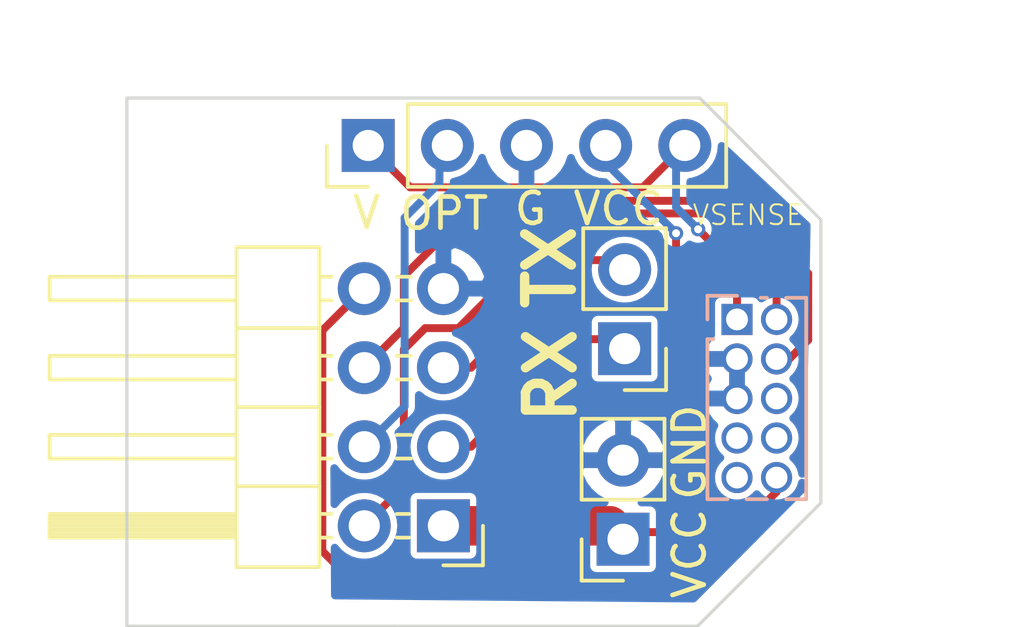
<source format=kicad_pcb>
(kicad_pcb (version 20171130) (host pcbnew "(5.1.4)-1")

  (general
    (thickness 1.6)
    (drawings 16)
    (tracks 52)
    (zones 0)
    (modules 5)
    (nets 10)
  )

  (page A4)
  (layers
    (0 Top signal)
    (31 Bottom signal)
    (32 B.Adhes user)
    (33 F.Adhes user)
    (34 B.Paste user)
    (35 F.Paste user)
    (36 B.SilkS user)
    (37 F.SilkS user)
    (38 B.Mask user)
    (39 F.Mask user)
    (40 Dwgs.User user)
    (41 Cmts.User user)
    (42 Eco1.User user)
    (43 Eco2.User user)
    (44 Edge.Cuts user)
    (45 Margin user)
    (46 B.CrtYd user)
    (47 F.CrtYd user)
    (48 B.Fab user)
    (49 F.Fab user)
  )

  (setup
    (last_trace_width 1.27)
    (user_trace_width 0.1524)
    (user_trace_width 0.1778)
    (user_trace_width 0.2032)
    (user_trace_width 0.254)
    (user_trace_width 0.3048)
    (user_trace_width 0.3556)
    (user_trace_width 0.4064)
    (user_trace_width 0.508)
    (user_trace_width 0.6096)
    (user_trace_width 0.762)
    (user_trace_width 0.889)
    (user_trace_width 1.016)
    (user_trace_width 1.143)
    (user_trace_width 1.27)
    (user_trace_width 1.524)
    (user_trace_width 1.778)
    (user_trace_width 2.032)
    (user_trace_width 2.286)
    (user_trace_width 2.54)
    (user_trace_width 3.048)
    (trace_clearance 0.1524)
    (zone_clearance 0.2032)
    (zone_45_only no)
    (trace_min 0.1524)
    (via_size 0.4572)
    (via_drill 0.254)
    (via_min_size 0.254)
    (via_min_drill 0.254)
    (user_via 0.508 0.254)
    (user_via 0.635 0.3175)
    (user_via 0.762 0.635)
    (uvia_size 0.3)
    (uvia_drill 0.1)
    (uvias_allowed no)
    (uvia_min_size 0.2)
    (uvia_min_drill 0.1)
    (edge_width 0.1)
    (segment_width 0.2)
    (pcb_text_width 0.3)
    (pcb_text_size 1.5 1.5)
    (mod_edge_width 0.15)
    (mod_text_size 1 1)
    (mod_text_width 0.15)
    (pad_size 0.3 0.3)
    (pad_drill 0)
    (pad_to_mask_clearance 0.0508)
    (aux_axis_origin 0 0)
    (visible_elements 7FFFFFFF)
    (pcbplotparams
      (layerselection 0x010fc_ffffffff)
      (usegerberextensions false)
      (usegerberattributes false)
      (usegerberadvancedattributes false)
      (creategerberjobfile false)
      (excludeedgelayer true)
      (linewidth 0.100000)
      (plotframeref false)
      (viasonmask false)
      (mode 1)
      (useauxorigin false)
      (hpglpennumber 1)
      (hpglpenspeed 20)
      (hpglpendiameter 15.000000)
      (psnegative false)
      (psa4output false)
      (plotreference true)
      (plotvalue true)
      (plotinvisibletext false)
      (padsonsilk false)
      (subtractmaskfromsilk false)
      (outputformat 1)
      (mirror false)
      (drillshape 1)
      (scaleselection 1)
      (outputdirectory ""))
  )

  (net 0 "")
  (net 1 /GND)
  (net 2 /RST)
  (net 3 /SWCLK)
  (net 4 /TX)
  (net 5 /RX)
  (net 6 /SWDIO)
  (net 7 /VCC)
  (net 8 /OPT)
  (net 9 /VSENSE)

  (net_class Default "This is the default net class."
    (clearance 0.1524)
    (trace_width 0.1524)
    (via_dia 0.4572)
    (via_drill 0.254)
    (uvia_dia 0.3)
    (uvia_drill 0.1)
    (add_net /GND)
    (add_net /OPT)
    (add_net /RST)
    (add_net /RX)
    (add_net /SWCLK)
    (add_net /SWDIO)
    (add_net /TDI)
    (add_net /TDO)
    (add_net /TX)
    (add_net /VCC)
    (add_net /VSENSE)
    (add_net "Net-(J2-Pad7)")
    (add_net "Net-(J2-Pad9)")
  )

  (module Connector_PinHeader_2.54mm:PinHeader_1x05_P2.54mm_Vertical (layer Top) (tedit 59FED5CC) (tstamp 5EC8DB0E)
    (at 131.0132 69.1896 90)
    (descr "Through hole straight pin header, 1x05, 2.54mm pitch, single row")
    (tags "Through hole pin header THT 1x05 2.54mm single row")
    (path /5ED5FD11)
    (fp_text reference J5 (at 0 -2.33 90) (layer F.SilkS) hide
      (effects (font (size 1 1) (thickness 0.15)))
    )
    (fp_text value Conn_01x05 (at 0 12.49 90) (layer F.Fab)
      (effects (font (size 1 1) (thickness 0.15)))
    )
    (fp_text user %R (at 0 5.08) (layer F.Fab)
      (effects (font (size 1 1) (thickness 0.15)))
    )
    (fp_line (start 1.8 -1.8) (end -1.8 -1.8) (layer F.CrtYd) (width 0.05))
    (fp_line (start 1.8 11.95) (end 1.8 -1.8) (layer F.CrtYd) (width 0.05))
    (fp_line (start -1.8 11.95) (end 1.8 11.95) (layer F.CrtYd) (width 0.05))
    (fp_line (start -1.8 -1.8) (end -1.8 11.95) (layer F.CrtYd) (width 0.05))
    (fp_line (start -1.33 -1.33) (end 0 -1.33) (layer F.SilkS) (width 0.12))
    (fp_line (start -1.33 0) (end -1.33 -1.33) (layer F.SilkS) (width 0.12))
    (fp_line (start -1.33 1.27) (end 1.33 1.27) (layer F.SilkS) (width 0.12))
    (fp_line (start 1.33 1.27) (end 1.33 11.49) (layer F.SilkS) (width 0.12))
    (fp_line (start -1.33 1.27) (end -1.33 11.49) (layer F.SilkS) (width 0.12))
    (fp_line (start -1.33 11.49) (end 1.33 11.49) (layer F.SilkS) (width 0.12))
    (fp_line (start -1.27 -0.635) (end -0.635 -1.27) (layer F.Fab) (width 0.1))
    (fp_line (start -1.27 11.43) (end -1.27 -0.635) (layer F.Fab) (width 0.1))
    (fp_line (start 1.27 11.43) (end -1.27 11.43) (layer F.Fab) (width 0.1))
    (fp_line (start 1.27 -1.27) (end 1.27 11.43) (layer F.Fab) (width 0.1))
    (fp_line (start -0.635 -1.27) (end 1.27 -1.27) (layer F.Fab) (width 0.1))
    (pad 5 thru_hole oval (at 0 10.16 90) (size 1.7 1.7) (drill 1) (layers *.Cu *.Mask)
      (net 9 /VSENSE))
    (pad 4 thru_hole oval (at 0 7.62 90) (size 1.7 1.7) (drill 1) (layers *.Cu *.Mask)
      (net 7 /VCC))
    (pad 3 thru_hole oval (at 0 5.08 90) (size 1.7 1.7) (drill 1) (layers *.Cu *.Mask)
      (net 1 /GND))
    (pad 2 thru_hole oval (at 0 2.54 90) (size 1.7 1.7) (drill 1) (layers *.Cu *.Mask)
      (net 8 /OPT))
    (pad 1 thru_hole rect (at 0 0 90) (size 1.7 1.7) (drill 1) (layers *.Cu *.Mask)
      (net 9 /VSENSE))
    (model ${KISYS3DMOD}/Connector_PinHeader_2.54mm.3dshapes/PinHeader_1x05_P2.54mm_Vertical.wrl
      (at (xyz 0 0 0))
      (scale (xyz 1 1 1))
      (rotate (xyz 0 0 0))
    )
  )

  (module Connector_PinSocket_2.54mm:PinSocket_1x02_P2.54mm_Vertical (layer Top) (tedit 5A19A420) (tstamp 5E976D72)
    (at 139.192 81.8388 180)
    (descr "Through hole straight socket strip, 1x02, 2.54mm pitch, single row (from Kicad 4.0.7), script generated")
    (tags "Through hole socket strip THT 1x02 2.54mm single row")
    (path /5E9795FD)
    (fp_text reference J3 (at 0 -2.77) (layer F.SilkS) hide
      (effects (font (size 1 1) (thickness 0.15)))
    )
    (fp_text value Conn_01x02 (at 0 5.31) (layer F.Fab)
      (effects (font (size 1 1) (thickness 0.15)))
    )
    (fp_text user %R (at 0 1.27 90) (layer F.Fab)
      (effects (font (size 1 1) (thickness 0.15)))
    )
    (fp_line (start -1.8 4.3) (end -1.8 -1.8) (layer F.CrtYd) (width 0.05))
    (fp_line (start 1.75 4.3) (end -1.8 4.3) (layer F.CrtYd) (width 0.05))
    (fp_line (start 1.75 -1.8) (end 1.75 4.3) (layer F.CrtYd) (width 0.05))
    (fp_line (start -1.8 -1.8) (end 1.75 -1.8) (layer F.CrtYd) (width 0.05))
    (fp_line (start 0 -1.33) (end 1.33 -1.33) (layer F.SilkS) (width 0.12))
    (fp_line (start 1.33 -1.33) (end 1.33 0) (layer F.SilkS) (width 0.12))
    (fp_line (start 1.33 1.27) (end 1.33 3.87) (layer F.SilkS) (width 0.12))
    (fp_line (start -1.33 3.87) (end 1.33 3.87) (layer F.SilkS) (width 0.12))
    (fp_line (start -1.33 1.27) (end -1.33 3.87) (layer F.SilkS) (width 0.12))
    (fp_line (start -1.33 1.27) (end 1.33 1.27) (layer F.SilkS) (width 0.12))
    (fp_line (start -1.27 3.81) (end -1.27 -1.27) (layer F.Fab) (width 0.1))
    (fp_line (start 1.27 3.81) (end -1.27 3.81) (layer F.Fab) (width 0.1))
    (fp_line (start 1.27 -0.635) (end 1.27 3.81) (layer F.Fab) (width 0.1))
    (fp_line (start 0.635 -1.27) (end 1.27 -0.635) (layer F.Fab) (width 0.1))
    (fp_line (start -1.27 -1.27) (end 0.635 -1.27) (layer F.Fab) (width 0.1))
    (pad 2 thru_hole oval (at 0 2.54 180) (size 1.7 1.7) (drill 1) (layers *.Cu *.Mask)
      (net 1 /GND))
    (pad 1 thru_hole rect (at 0 0 180) (size 1.7 1.7) (drill 1) (layers *.Cu *.Mask)
      (net 7 /VCC))
    (model ${KISYS3DMOD}/Connector_PinSocket_2.54mm.3dshapes/PinSocket_1x02_P2.54mm_Vertical.wrl
      (at (xyz 0 0 0))
      (scale (xyz 1 1 1))
      (rotate (xyz 0 0 0))
    )
  )

  (module Connector_PinSocket_1.27mm:PinSocket_2x05_P1.27mm_Vertical (layer Bottom) (tedit 5A19A420) (tstamp 5E974C02)
    (at 142.8496 74.7776 180)
    (descr "Through hole straight socket strip, 2x05, 1.27mm pitch, double cols (from Kicad 4.0.7), script generated")
    (tags "Through hole socket strip THT 2x05 1.27mm double row")
    (path /5E97517F)
    (fp_text reference J2 (at -0.635 2.135) (layer B.SilkS) hide
      (effects (font (size 1 1) (thickness 0.15)) (justify mirror))
    )
    (fp_text value Conn_02x05_Odd_Even (at -0.635 -7.215) (layer B.Fab)
      (effects (font (size 1 1) (thickness 0.15)) (justify mirror))
    )
    (fp_text user %R (at -0.635 -2.54 -90) (layer B.Fab)
      (effects (font (size 1 1) (thickness 0.15)) (justify mirror))
    )
    (fp_line (start -2.67 -6.2) (end -2.67 1.15) (layer B.CrtYd) (width 0.05))
    (fp_line (start 1.38 -6.2) (end -2.67 -6.2) (layer B.CrtYd) (width 0.05))
    (fp_line (start 1.38 1.15) (end 1.38 -6.2) (layer B.CrtYd) (width 0.05))
    (fp_line (start -2.67 1.15) (end 1.38 1.15) (layer B.CrtYd) (width 0.05))
    (fp_line (start 0 0.76) (end 0.95 0.76) (layer B.SilkS) (width 0.12))
    (fp_line (start 0.95 0.76) (end 0.95 0) (layer B.SilkS) (width 0.12))
    (fp_line (start 0.76 -0.635) (end 0.95 -0.635) (layer B.SilkS) (width 0.12))
    (fp_line (start 0.95 -0.635) (end 0.95 -5.775) (layer B.SilkS) (width 0.12))
    (fp_line (start -0.96247 -5.775) (end -0.30753 -5.775) (layer B.SilkS) (width 0.12))
    (fp_line (start -2.22 -5.775) (end -1.57753 -5.775) (layer B.SilkS) (width 0.12))
    (fp_line (start 0.30753 -5.775) (end 0.95 -5.775) (layer B.SilkS) (width 0.12))
    (fp_line (start -2.22 0.695) (end -2.22 -5.775) (layer B.SilkS) (width 0.12))
    (fp_line (start -0.96247 0.695) (end -0.76 0.695) (layer B.SilkS) (width 0.12))
    (fp_line (start -2.22 0.695) (end -1.57753 0.695) (layer B.SilkS) (width 0.12))
    (fp_line (start -2.16 -5.715) (end -2.16 0.635) (layer B.Fab) (width 0.1))
    (fp_line (start 0.89 -5.715) (end -2.16 -5.715) (layer B.Fab) (width 0.1))
    (fp_line (start 0.89 -0.1275) (end 0.89 -5.715) (layer B.Fab) (width 0.1))
    (fp_line (start 0.1275 0.635) (end 0.89 -0.1275) (layer B.Fab) (width 0.1))
    (fp_line (start -2.16 0.635) (end 0.1275 0.635) (layer B.Fab) (width 0.1))
    (pad 10 thru_hole oval (at -1.27 -5.08 180) (size 1 1) (drill 0.7) (layers *.Cu *.Mask)
      (net 2 /RST))
    (pad 9 thru_hole oval (at 0 -5.08 180) (size 1 1) (drill 0.7) (layers *.Cu *.Mask))
    (pad 8 thru_hole oval (at -1.27 -3.81 180) (size 1 1) (drill 0.7) (layers *.Cu *.Mask))
    (pad 7 thru_hole oval (at 0 -3.81 180) (size 1 1) (drill 0.7) (layers *.Cu *.Mask))
    (pad 6 thru_hole oval (at -1.27 -2.54 180) (size 1 1) (drill 0.7) (layers *.Cu *.Mask))
    (pad 5 thru_hole oval (at 0 -2.54 180) (size 1 1) (drill 0.7) (layers *.Cu *.Mask)
      (net 1 /GND))
    (pad 4 thru_hole oval (at -1.27 -1.27 180) (size 1 1) (drill 0.7) (layers *.Cu *.Mask)
      (net 3 /SWCLK))
    (pad 3 thru_hole oval (at 0 -1.27 180) (size 1 1) (drill 0.7) (layers *.Cu *.Mask)
      (net 1 /GND))
    (pad 2 thru_hole oval (at -1.27 0 180) (size 1 1) (drill 0.7) (layers *.Cu *.Mask)
      (net 6 /SWDIO))
    (pad 1 thru_hole rect (at 0 0 180) (size 1 1) (drill 0.7) (layers *.Cu *.Mask)
      (net 9 /VSENSE))
    (model ${KISYS3DMOD}/Connector_PinSocket_1.27mm.3dshapes/PinSocket_2x05_P1.27mm_Vertical.wrl
      (at (xyz 0 0 0))
      (scale (xyz 1 1 1))
      (rotate (xyz 0 0 0))
    )
  )

  (module Connector_PinHeader_2.54mm:PinHeader_1x02_P2.54mm_Vertical (layer Top) (tedit 59FED5CC) (tstamp 5E9758AB)
    (at 139.2428 75.7174 180)
    (descr "Through hole straight pin header, 1x02, 2.54mm pitch, single row")
    (tags "Through hole pin header THT 1x02 2.54mm single row")
    (path /5E97AAB9)
    (fp_text reference J4 (at 0 -2.33) (layer F.SilkS) hide
      (effects (font (size 1 1) (thickness 0.15)))
    )
    (fp_text value Conn_01x02 (at 0 4.87) (layer F.Fab)
      (effects (font (size 1 1) (thickness 0.15)))
    )
    (fp_text user %R (at 0 1.27 225) (layer F.Fab)
      (effects (font (size 1 1) (thickness 0.15)))
    )
    (fp_line (start 1.8 -1.8) (end -1.8 -1.8) (layer F.CrtYd) (width 0.05))
    (fp_line (start 1.8 4.35) (end 1.8 -1.8) (layer F.CrtYd) (width 0.05))
    (fp_line (start -1.8 4.35) (end 1.8 4.35) (layer F.CrtYd) (width 0.05))
    (fp_line (start -1.8 -1.8) (end -1.8 4.35) (layer F.CrtYd) (width 0.05))
    (fp_line (start -1.33 -1.33) (end 0 -1.33) (layer F.SilkS) (width 0.12))
    (fp_line (start -1.33 0) (end -1.33 -1.33) (layer F.SilkS) (width 0.12))
    (fp_line (start -1.33 1.27) (end 1.33 1.27) (layer F.SilkS) (width 0.12))
    (fp_line (start 1.33 1.27) (end 1.33 3.87) (layer F.SilkS) (width 0.12))
    (fp_line (start -1.33 1.27) (end -1.33 3.87) (layer F.SilkS) (width 0.12))
    (fp_line (start -1.33 3.87) (end 1.33 3.87) (layer F.SilkS) (width 0.12))
    (fp_line (start -1.27 -0.635) (end -0.635 -1.27) (layer F.Fab) (width 0.1))
    (fp_line (start -1.27 3.81) (end -1.27 -0.635) (layer F.Fab) (width 0.1))
    (fp_line (start 1.27 3.81) (end -1.27 3.81) (layer F.Fab) (width 0.1))
    (fp_line (start 1.27 -1.27) (end 1.27 3.81) (layer F.Fab) (width 0.1))
    (fp_line (start -0.635 -1.27) (end 1.27 -1.27) (layer F.Fab) (width 0.1))
    (pad 2 thru_hole oval (at 0 2.54 180) (size 1.7 1.7) (drill 1) (layers *.Cu *.Mask)
      (net 4 /TX))
    (pad 1 thru_hole rect (at 0 0 180) (size 1.7 1.7) (drill 1) (layers *.Cu *.Mask)
      (net 5 /RX))
    (model ${KISYS3DMOD}/Connector_PinHeader_2.54mm.3dshapes/PinHeader_1x02_P2.54mm_Vertical.wrl
      (at (xyz 0 0 0))
      (scale (xyz 1 1 1))
      (rotate (xyz 0 0 0))
    )
  )

  (module Connector_PinHeader_2.54mm:PinHeader_2x04_P2.54mm_Horizontal (layer Top) (tedit 59FED5CB) (tstamp 5E34D78D)
    (at 133.4262 81.407 180)
    (descr "Through hole angled pin header, 2x04, 2.54mm pitch, 6mm pin length, double rows")
    (tags "Through hole angled pin header THT 2x04 2.54mm double row")
    (path /5E360B76)
    (fp_text reference J1 (at 5.655 -2.27) (layer F.SilkS) hide
      (effects (font (size 1 1) (thickness 0.15)))
    )
    (fp_text value Conn_02x04_Odd_Even (at 5.655 9.89) (layer F.Fab)
      (effects (font (size 1 1) (thickness 0.15)))
    )
    (fp_text user %R (at 5.31 3.81 90) (layer F.Fab)
      (effects (font (size 1 1) (thickness 0.15)))
    )
    (fp_line (start 13.1 -1.8) (end -1.8 -1.8) (layer F.CrtYd) (width 0.05))
    (fp_line (start 13.1 9.4) (end 13.1 -1.8) (layer F.CrtYd) (width 0.05))
    (fp_line (start -1.8 9.4) (end 13.1 9.4) (layer F.CrtYd) (width 0.05))
    (fp_line (start -1.8 -1.8) (end -1.8 9.4) (layer F.CrtYd) (width 0.05))
    (fp_line (start -1.27 -1.27) (end 0 -1.27) (layer F.SilkS) (width 0.12))
    (fp_line (start -1.27 0) (end -1.27 -1.27) (layer F.SilkS) (width 0.12))
    (fp_line (start 1.042929 8) (end 1.497071 8) (layer F.SilkS) (width 0.12))
    (fp_line (start 1.042929 7.24) (end 1.497071 7.24) (layer F.SilkS) (width 0.12))
    (fp_line (start 3.582929 8) (end 3.98 8) (layer F.SilkS) (width 0.12))
    (fp_line (start 3.582929 7.24) (end 3.98 7.24) (layer F.SilkS) (width 0.12))
    (fp_line (start 12.64 8) (end 6.64 8) (layer F.SilkS) (width 0.12))
    (fp_line (start 12.64 7.24) (end 12.64 8) (layer F.SilkS) (width 0.12))
    (fp_line (start 6.64 7.24) (end 12.64 7.24) (layer F.SilkS) (width 0.12))
    (fp_line (start 3.98 6.35) (end 6.64 6.35) (layer F.SilkS) (width 0.12))
    (fp_line (start 1.042929 5.46) (end 1.497071 5.46) (layer F.SilkS) (width 0.12))
    (fp_line (start 1.042929 4.7) (end 1.497071 4.7) (layer F.SilkS) (width 0.12))
    (fp_line (start 3.582929 5.46) (end 3.98 5.46) (layer F.SilkS) (width 0.12))
    (fp_line (start 3.582929 4.7) (end 3.98 4.7) (layer F.SilkS) (width 0.12))
    (fp_line (start 12.64 5.46) (end 6.64 5.46) (layer F.SilkS) (width 0.12))
    (fp_line (start 12.64 4.7) (end 12.64 5.46) (layer F.SilkS) (width 0.12))
    (fp_line (start 6.64 4.7) (end 12.64 4.7) (layer F.SilkS) (width 0.12))
    (fp_line (start 3.98 3.81) (end 6.64 3.81) (layer F.SilkS) (width 0.12))
    (fp_line (start 1.042929 2.92) (end 1.497071 2.92) (layer F.SilkS) (width 0.12))
    (fp_line (start 1.042929 2.16) (end 1.497071 2.16) (layer F.SilkS) (width 0.12))
    (fp_line (start 3.582929 2.92) (end 3.98 2.92) (layer F.SilkS) (width 0.12))
    (fp_line (start 3.582929 2.16) (end 3.98 2.16) (layer F.SilkS) (width 0.12))
    (fp_line (start 12.64 2.92) (end 6.64 2.92) (layer F.SilkS) (width 0.12))
    (fp_line (start 12.64 2.16) (end 12.64 2.92) (layer F.SilkS) (width 0.12))
    (fp_line (start 6.64 2.16) (end 12.64 2.16) (layer F.SilkS) (width 0.12))
    (fp_line (start 3.98 1.27) (end 6.64 1.27) (layer F.SilkS) (width 0.12))
    (fp_line (start 1.11 0.38) (end 1.497071 0.38) (layer F.SilkS) (width 0.12))
    (fp_line (start 1.11 -0.38) (end 1.497071 -0.38) (layer F.SilkS) (width 0.12))
    (fp_line (start 3.582929 0.38) (end 3.98 0.38) (layer F.SilkS) (width 0.12))
    (fp_line (start 3.582929 -0.38) (end 3.98 -0.38) (layer F.SilkS) (width 0.12))
    (fp_line (start 6.64 0.28) (end 12.64 0.28) (layer F.SilkS) (width 0.12))
    (fp_line (start 6.64 0.16) (end 12.64 0.16) (layer F.SilkS) (width 0.12))
    (fp_line (start 6.64 0.04) (end 12.64 0.04) (layer F.SilkS) (width 0.12))
    (fp_line (start 6.64 -0.08) (end 12.64 -0.08) (layer F.SilkS) (width 0.12))
    (fp_line (start 6.64 -0.2) (end 12.64 -0.2) (layer F.SilkS) (width 0.12))
    (fp_line (start 6.64 -0.32) (end 12.64 -0.32) (layer F.SilkS) (width 0.12))
    (fp_line (start 12.64 0.38) (end 6.64 0.38) (layer F.SilkS) (width 0.12))
    (fp_line (start 12.64 -0.38) (end 12.64 0.38) (layer F.SilkS) (width 0.12))
    (fp_line (start 6.64 -0.38) (end 12.64 -0.38) (layer F.SilkS) (width 0.12))
    (fp_line (start 6.64 -1.33) (end 3.98 -1.33) (layer F.SilkS) (width 0.12))
    (fp_line (start 6.64 8.95) (end 6.64 -1.33) (layer F.SilkS) (width 0.12))
    (fp_line (start 3.98 8.95) (end 6.64 8.95) (layer F.SilkS) (width 0.12))
    (fp_line (start 3.98 -1.33) (end 3.98 8.95) (layer F.SilkS) (width 0.12))
    (fp_line (start 6.58 7.94) (end 12.58 7.94) (layer F.Fab) (width 0.1))
    (fp_line (start 12.58 7.3) (end 12.58 7.94) (layer F.Fab) (width 0.1))
    (fp_line (start 6.58 7.3) (end 12.58 7.3) (layer F.Fab) (width 0.1))
    (fp_line (start -0.32 7.94) (end 4.04 7.94) (layer F.Fab) (width 0.1))
    (fp_line (start -0.32 7.3) (end -0.32 7.94) (layer F.Fab) (width 0.1))
    (fp_line (start -0.32 7.3) (end 4.04 7.3) (layer F.Fab) (width 0.1))
    (fp_line (start 6.58 5.4) (end 12.58 5.4) (layer F.Fab) (width 0.1))
    (fp_line (start 12.58 4.76) (end 12.58 5.4) (layer F.Fab) (width 0.1))
    (fp_line (start 6.58 4.76) (end 12.58 4.76) (layer F.Fab) (width 0.1))
    (fp_line (start -0.32 5.4) (end 4.04 5.4) (layer F.Fab) (width 0.1))
    (fp_line (start -0.32 4.76) (end -0.32 5.4) (layer F.Fab) (width 0.1))
    (fp_line (start -0.32 4.76) (end 4.04 4.76) (layer F.Fab) (width 0.1))
    (fp_line (start 6.58 2.86) (end 12.58 2.86) (layer F.Fab) (width 0.1))
    (fp_line (start 12.58 2.22) (end 12.58 2.86) (layer F.Fab) (width 0.1))
    (fp_line (start 6.58 2.22) (end 12.58 2.22) (layer F.Fab) (width 0.1))
    (fp_line (start -0.32 2.86) (end 4.04 2.86) (layer F.Fab) (width 0.1))
    (fp_line (start -0.32 2.22) (end -0.32 2.86) (layer F.Fab) (width 0.1))
    (fp_line (start -0.32 2.22) (end 4.04 2.22) (layer F.Fab) (width 0.1))
    (fp_line (start 6.58 0.32) (end 12.58 0.32) (layer F.Fab) (width 0.1))
    (fp_line (start 12.58 -0.32) (end 12.58 0.32) (layer F.Fab) (width 0.1))
    (fp_line (start 6.58 -0.32) (end 12.58 -0.32) (layer F.Fab) (width 0.1))
    (fp_line (start -0.32 0.32) (end 4.04 0.32) (layer F.Fab) (width 0.1))
    (fp_line (start -0.32 -0.32) (end -0.32 0.32) (layer F.Fab) (width 0.1))
    (fp_line (start -0.32 -0.32) (end 4.04 -0.32) (layer F.Fab) (width 0.1))
    (fp_line (start 4.04 -0.635) (end 4.675 -1.27) (layer F.Fab) (width 0.1))
    (fp_line (start 4.04 8.89) (end 4.04 -0.635) (layer F.Fab) (width 0.1))
    (fp_line (start 6.58 8.89) (end 4.04 8.89) (layer F.Fab) (width 0.1))
    (fp_line (start 6.58 -1.27) (end 6.58 8.89) (layer F.Fab) (width 0.1))
    (fp_line (start 4.675 -1.27) (end 6.58 -1.27) (layer F.Fab) (width 0.1))
    (pad 8 thru_hole oval (at 2.54 7.62 180) (size 1.7 1.7) (drill 1) (layers *.Cu *.Mask)
      (net 2 /RST))
    (pad 7 thru_hole oval (at 0 7.62 180) (size 1.7 1.7) (drill 1) (layers *.Cu *.Mask)
      (net 1 /GND))
    (pad 6 thru_hole oval (at 2.54 5.08 180) (size 1.7 1.7) (drill 1) (layers *.Cu *.Mask)
      (net 3 /SWCLK))
    (pad 5 thru_hole oval (at 0 5.08 180) (size 1.7 1.7) (drill 1) (layers *.Cu *.Mask)
      (net 4 /TX))
    (pad 4 thru_hole oval (at 2.54 2.54 180) (size 1.7 1.7) (drill 1) (layers *.Cu *.Mask)
      (net 8 /OPT))
    (pad 3 thru_hole oval (at 0 2.54 180) (size 1.7 1.7) (drill 1) (layers *.Cu *.Mask)
      (net 5 /RX))
    (pad 2 thru_hole oval (at 2.54 0 180) (size 1.7 1.7) (drill 1) (layers *.Cu *.Mask)
      (net 6 /SWDIO))
    (pad 1 thru_hole rect (at 0 0 180) (size 1.7 1.7) (drill 1) (layers *.Cu *.Mask)
      (net 7 /VCC))
    (model ${KISYS3DMOD}/Connector_IDC.3dshapes/IDC-Header_2x04_P2.54mm_Horizontal.step
      (at (xyz 0 0 0))
      (scale (xyz 1 1 1))
      (rotate (xyz 0 0 0))
    )
  )

  (gr_text VCC (at 139.0396 71.2216) (layer F.SilkS) (tstamp 5EC8DC12)
    (effects (font (size 1 1) (thickness 0.15)))
  )
  (gr_text V (at 130.9624 71.3486) (layer F.SilkS) (tstamp 5EC8DC0C)
    (effects (font (size 1 1) (thickness 0.15)))
  )
  (gr_text VSENSE (at 143.2052 71.4248) (layer F.SilkS) (tstamp 5EC8D784)
    (effects (font (size 0.635 0.635) (thickness 0.0635)))
  )
  (gr_text G (at 136.2202 71.2216) (layer F.SilkS) (tstamp 5EBEF0D7)
    (effects (font (size 1 1) (thickness 0.15)))
  )
  (gr_text OPT (at 133.4516 71.374) (layer F.SilkS)
    (effects (font (size 1 1) (thickness 0.15)))
  )
  (gr_text GND (at 141.3256 79.0448 90) (layer F.SilkS) (tstamp 5E976356)
    (effects (font (size 1 1) (thickness 0.15)))
  )
  (gr_text VCC (at 141.3256 82.296 90) (layer F.SilkS)
    (effects (font (size 1 1) (thickness 0.15)))
  )
  (gr_text RX (at 136.8806 76.581 90) (layer F.SilkS) (tstamp 5E975B31)
    (effects (font (size 1.5 1.5) (thickness 0.3)))
  )
  (gr_text TX (at 136.8552 73.1012 90) (layer F.SilkS)
    (effects (font (size 1.5 1.5) (thickness 0.3)))
  )
  (gr_line (start 123.2662 84.6328) (end 131.9276 84.6328) (layer Edge.Cuts) (width 0.1) (tstamp 5E974F3D))
  (gr_line (start 123.2662 67.6656) (end 123.2662 84.6328) (layer Edge.Cuts) (width 0.1))
  (gr_line (start 141.6558 67.6656) (end 123.2662 67.6656) (layer Edge.Cuts) (width 0.1))
  (gr_line (start 145.542 71.5772) (end 141.6558 67.6656) (layer Edge.Cuts) (width 0.1))
  (gr_line (start 145.542 80.6704) (end 145.542 71.5772) (layer Edge.Cuts) (width 0.1))
  (gr_line (start 141.5796 84.6328) (end 145.542 80.6704) (layer Edge.Cuts) (width 0.1))
  (gr_line (start 131.9276 84.6328) (end 141.5796 84.6328) (layer Edge.Cuts) (width 0.1))

  (segment (start 144.1196 80.3148) (end 144.1196 79.8576) (width 0.254) (layer Top) (net 2))
  (segment (start 141.3256 83.1088) (end 144.1196 80.3148) (width 0.254) (layer Top) (net 2))
  (segment (start 130.429 83.1088) (end 141.3256 83.1088) (width 0.254) (layer Top) (net 2))
  (segment (start 129.54 82.2198) (end 130.429 83.1088) (width 0.254) (layer Top) (net 2))
  (segment (start 130.8862 73.787) (end 129.54 75.1332) (width 0.254) (layer Top) (net 2))
  (segment (start 129.54 75.1332) (end 129.54 82.2198) (width 0.254) (layer Top) (net 2))
  (segment (start 145.1356 75.438) (end 144.526 76.0476) (width 0.254) (layer Top) (net 3))
  (segment (start 144.526 76.0476) (end 144.1196 76.0476) (width 0.254) (layer Top) (net 3))
  (segment (start 132.1562 75.057) (end 132.1562 73.385486) (width 0.254) (layer Top) (net 3))
  (segment (start 132.1562 73.385486) (end 134.574096 70.96759) (width 0.254) (layer Top) (net 3))
  (segment (start 134.574096 70.96759) (end 142.79879 70.96759) (width 0.254) (layer Top) (net 3))
  (segment (start 142.79879 70.96759) (end 145.1356 73.3044) (width 0.254) (layer Top) (net 3))
  (segment (start 130.8862 76.327) (end 132.1562 75.057) (width 0.254) (layer Top) (net 3))
  (segment (start 145.1356 73.3044) (end 145.1356 75.438) (width 0.254) (layer Top) (net 3))
  (segment (start 137.7696 72.8726) (end 139.3698 72.8726) (width 0.254) (layer Top) (net 4))
  (segment (start 133.4262 76.327) (end 134.3152 76.327) (width 0.254) (layer Top) (net 4))
  (segment (start 134.3152 76.327) (end 137.7696 72.8726) (width 0.254) (layer Top) (net 4))
  (segment (start 137.7696 75.4126) (end 139.3698 75.4126) (width 0.254) (layer Top) (net 5))
  (segment (start 133.4262 78.867) (end 134.3152 78.867) (width 0.254) (layer Top) (net 5))
  (segment (start 134.3152 78.867) (end 137.7696 75.4126) (width 0.254) (layer Top) (net 5))
  (segment (start 144.1196 73.5838) (end 144.1196 74.7776) (width 0.254) (layer Top) (net 6))
  (segment (start 141.9098 71.374) (end 144.1196 73.5838) (width 0.254) (layer Top) (net 6))
  (segment (start 136.4234 71.374) (end 141.9098 71.374) (width 0.254) (layer Top) (net 6))
  (segment (start 135.4328 72.3646) (end 136.4234 71.374) (width 0.254) (layer Top) (net 6))
  (segment (start 130.8862 81.407) (end 132.1562 80.137) (width 0.254) (layer Top) (net 6))
  (segment (start 132.1562 75.7428) (end 132.842 75.057) (width 0.254) (layer Top) (net 6))
  (segment (start 132.842 75.057) (end 133.9088 75.057) (width 0.254) (layer Top) (net 6))
  (segment (start 132.1562 80.137) (end 132.1562 75.7428) (width 0.254) (layer Top) (net 6))
  (segment (start 133.9088 75.057) (end 135.4328 73.533) (width 0.254) (layer Top) (net 6))
  (segment (start 135.4328 73.533) (end 135.4328 72.3646) (width 0.254) (layer Top) (net 6))
  (segment (start 139.0142 81.407) (end 139.2174 81.6102) (width 0.4064) (layer Top) (net 7))
  (via (at 140.8938 72.009) (size 0.4572) (drill 0.254) (layers Top Bottom) (net 7))
  (segment (start 140.8938 81.0378) (end 140.8938 72.009) (width 0.254) (layer Top) (net 7))
  (segment (start 139.2174 81.6102) (end 140.3214 81.6102) (width 0.254) (layer Top) (net 7))
  (segment (start 140.3214 81.6102) (end 140.8938 81.0378) (width 0.254) (layer Top) (net 7))
  (segment (start 138.3538 69.469) (end 138.3538 69.4436) (width 0.254) (layer Bottom) (net 7))
  (segment (start 140.8938 72.009) (end 138.3538 69.469) (width 0.254) (layer Bottom) (net 7))
  (segment (start 138.7602 81.407) (end 139.192 81.8388) (width 1.27) (layer Top) (net 7))
  (segment (start 133.4262 81.407) (end 138.7602 81.407) (width 1.27) (layer Top) (net 7))
  (segment (start 133.2992 70.3952) (end 133.2992 69.4436) (width 0.254) (layer Bottom) (net 8))
  (segment (start 132.1816 71.5128) (end 133.2992 70.3952) (width 0.254) (layer Bottom) (net 8))
  (segment (start 130.8862 78.867) (end 132.1816 77.5716) (width 0.254) (layer Bottom) (net 8))
  (segment (start 132.1816 77.5716) (end 132.1816 71.5128) (width 0.254) (layer Bottom) (net 8))
  (via (at 141.601389 71.882) (size 0.4572) (drill 0.254) (layers Top Bottom) (net 9))
  (segment (start 140.8938 69.4436) (end 140.8938 71.174411) (width 0.254) (layer Bottom) (net 9))
  (segment (start 140.8938 71.174411) (end 141.601389 71.882) (width 0.254) (layer Bottom) (net 9))
  (segment (start 142.8496 73.130211) (end 142.8496 74.7776) (width 0.254) (layer Top) (net 9))
  (segment (start 141.601389 71.882) (end 142.8496 73.130211) (width 0.254) (layer Top) (net 9))
  (segment (start 140.323201 70.039599) (end 141.1732 69.1896) (width 0.254) (layer Top) (net 9))
  (segment (start 139.827 70.5358) (end 140.323201 70.039599) (width 0.254) (layer Top) (net 9))
  (segment (start 131.0132 69.1896) (end 132.3594 70.5358) (width 0.254) (layer Top) (net 9))
  (segment (start 132.3594 70.5358) (end 139.827 70.5358) (width 0.254) (layer Top) (net 9))

  (zone (net 1) (net_name /GND) (layer Bottom) (tstamp 0) (hatch edge 0.508)
    (connect_pads (clearance 0.2032))
    (min_thickness 0.254)
    (fill yes (arc_segments 32) (thermal_gap 0.508) (thermal_bridge_width 0.508))
    (polygon
      (pts
        (xy 129.7305 67.7672) (xy 141.224 67.9704) (xy 145.2118 71.7042) (xy 145.0594 80.2894) (xy 141.5034 83.8708)
        (xy 129.8194 83.7692)
      )
    )
    (filled_polygon
      (pts
        (xy 136.2202 69.0626) (xy 136.2402 69.0626) (xy 136.2402 69.3166) (xy 136.2202 69.3166) (xy 136.2202 70.509755)
        (xy 136.45009 70.631076) (xy 136.597299 70.586425) (xy 136.86012 70.461241) (xy 137.093469 70.287188) (xy 137.288378 70.070955)
        (xy 137.437357 69.820852) (xy 137.520383 69.586797) (xy 137.537562 69.643428) (xy 137.647152 69.848456) (xy 137.794635 70.028165)
        (xy 137.974344 70.175648) (xy 138.179372 70.285238) (xy 138.40184 70.352723) (xy 138.575225 70.3698) (xy 138.608023 70.3698)
        (xy 140.343129 72.104907) (xy 140.356474 72.171996) (xy 140.398598 72.273691) (xy 140.459752 72.365214) (xy 140.537586 72.443048)
        (xy 140.629109 72.504202) (xy 140.730804 72.546326) (xy 140.838763 72.5678) (xy 140.948837 72.5678) (xy 141.056796 72.546326)
        (xy 141.158491 72.504202) (xy 141.250014 72.443048) (xy 141.324207 72.368855) (xy 141.336698 72.377202) (xy 141.438393 72.419326)
        (xy 141.546352 72.4408) (xy 141.656426 72.4408) (xy 141.764385 72.419326) (xy 141.86608 72.377202) (xy 141.957603 72.316048)
        (xy 142.035437 72.238214) (xy 142.096591 72.146691) (xy 142.138715 72.044996) (xy 142.160189 71.937037) (xy 142.160189 71.826963)
        (xy 142.138715 71.719004) (xy 142.096591 71.617309) (xy 142.035437 71.525786) (xy 141.957603 71.447952) (xy 141.86608 71.386798)
        (xy 141.764385 71.344674) (xy 141.697296 71.331329) (xy 141.351 70.985034) (xy 141.351 70.357998) (xy 141.40456 70.352723)
        (xy 141.627028 70.285238) (xy 141.832056 70.175648) (xy 142.011765 70.028165) (xy 142.159248 69.848456) (xy 142.268838 69.643428)
        (xy 142.336323 69.42096) (xy 142.357524 69.205704) (xy 145.083819 71.75835) (xy 144.942148 79.739135) (xy 144.937787 79.694853)
        (xy 144.890315 79.538359) (xy 144.813225 79.394134) (xy 144.70948 79.26772) (xy 144.654501 79.2226) (xy 144.70948 79.17748)
        (xy 144.813225 79.051066) (xy 144.890315 78.906841) (xy 144.937787 78.750347) (xy 144.953816 78.5876) (xy 144.937787 78.424853)
        (xy 144.890315 78.268359) (xy 144.813225 78.124134) (xy 144.70948 77.99772) (xy 144.654501 77.9526) (xy 144.70948 77.90748)
        (xy 144.813225 77.781066) (xy 144.890315 77.636841) (xy 144.937787 77.480347) (xy 144.953816 77.3176) (xy 144.937787 77.154853)
        (xy 144.890315 76.998359) (xy 144.813225 76.854134) (xy 144.70948 76.72772) (xy 144.654501 76.6826) (xy 144.70948 76.63748)
        (xy 144.813225 76.511066) (xy 144.890315 76.366841) (xy 144.937787 76.210347) (xy 144.953816 76.0476) (xy 144.937787 75.884853)
        (xy 144.890315 75.728359) (xy 144.813225 75.584134) (xy 144.70948 75.45772) (xy 144.654501 75.4126) (xy 144.70948 75.36748)
        (xy 144.813225 75.241066) (xy 144.890315 75.096841) (xy 144.937787 74.940347) (xy 144.953816 74.7776) (xy 144.937787 74.614853)
        (xy 144.890315 74.458359) (xy 144.813225 74.314134) (xy 144.70948 74.18772) (xy 144.583066 74.083975) (xy 144.438841 74.006885)
        (xy 144.282347 73.959413) (xy 144.160376 73.9474) (xy 144.078824 73.9474) (xy 143.956853 73.959413) (xy 143.800359 74.006885)
        (xy 143.656134 74.083975) (xy 143.631375 74.104294) (xy 143.625479 74.093263) (xy 143.584216 74.042984) (xy 143.533937 74.001721)
        (xy 143.476573 73.97106) (xy 143.41433 73.952178) (xy 143.3496 73.945803) (xy 142.3496 73.945803) (xy 142.28487 73.952178)
        (xy 142.222627 73.97106) (xy 142.165263 74.001721) (xy 142.114984 74.042984) (xy 142.073721 74.093263) (xy 142.04306 74.150627)
        (xy 142.024178 74.21287) (xy 142.017803 74.2776) (xy 142.017803 75.2776) (xy 142.018006 75.279657) (xy 141.990735 75.30558)
        (xy 141.862477 75.487394) (xy 141.772154 75.690736) (xy 141.755481 75.745726) (xy 141.881646 75.9206) (xy 142.7226 75.9206)
        (xy 142.7226 75.9006) (xy 142.9766 75.9006) (xy 142.9766 75.9206) (xy 142.9966 75.9206) (xy 142.9966 76.1746)
        (xy 142.9766 76.1746) (xy 142.9766 77.1906) (xy 142.9966 77.1906) (xy 142.9966 77.4446) (xy 142.9766 77.4446)
        (xy 142.9766 77.4646) (xy 142.7226 77.4646) (xy 142.7226 77.4446) (xy 141.881646 77.4446) (xy 141.755481 77.619474)
        (xy 141.772154 77.674464) (xy 141.862477 77.877806) (xy 141.990735 78.05962) (xy 142.123168 78.185511) (xy 142.078885 78.268359)
        (xy 142.031413 78.424853) (xy 142.015384 78.5876) (xy 142.031413 78.750347) (xy 142.078885 78.906841) (xy 142.155975 79.051066)
        (xy 142.25972 79.17748) (xy 142.314699 79.2226) (xy 142.25972 79.26772) (xy 142.155975 79.394134) (xy 142.078885 79.538359)
        (xy 142.031413 79.694853) (xy 142.015384 79.8576) (xy 142.031413 80.020347) (xy 142.078885 80.176841) (xy 142.155975 80.321066)
        (xy 142.25972 80.44748) (xy 142.386134 80.551225) (xy 142.530359 80.628315) (xy 142.686853 80.675787) (xy 142.808824 80.6878)
        (xy 142.890376 80.6878) (xy 143.012347 80.675787) (xy 143.168841 80.628315) (xy 143.313066 80.551225) (xy 143.43948 80.44748)
        (xy 143.4846 80.392501) (xy 143.52972 80.44748) (xy 143.656134 80.551225) (xy 143.800359 80.628315) (xy 143.956853 80.675787)
        (xy 144.078824 80.6878) (xy 144.160376 80.6878) (xy 144.282347 80.675787) (xy 144.438841 80.628315) (xy 144.583066 80.551225)
        (xy 144.70948 80.44748) (xy 144.813225 80.321066) (xy 144.890315 80.176841) (xy 144.937117 80.022555) (xy 144.933326 80.236127)
        (xy 141.450987 83.74334) (xy 129.945702 83.643294) (xy 129.937189 82.110986) (xy 130.047635 82.245565) (xy 130.227344 82.393048)
        (xy 130.432372 82.502638) (xy 130.65484 82.570123) (xy 130.828225 82.5872) (xy 130.944175 82.5872) (xy 131.11756 82.570123)
        (xy 131.340028 82.502638) (xy 131.545056 82.393048) (xy 131.724765 82.245565) (xy 131.872248 82.065856) (xy 131.981838 81.860828)
        (xy 132.049323 81.63836) (xy 132.07211 81.407) (xy 132.049323 81.17564) (xy 131.981838 80.953172) (xy 131.872248 80.748144)
        (xy 131.724765 80.568435) (xy 131.710832 80.557) (xy 132.244403 80.557) (xy 132.244403 82.257) (xy 132.250778 82.32173)
        (xy 132.26966 82.383973) (xy 132.300321 82.441337) (xy 132.341584 82.491616) (xy 132.391863 82.532879) (xy 132.449227 82.56354)
        (xy 132.51147 82.582422) (xy 132.5762 82.588797) (xy 134.2762 82.588797) (xy 134.34093 82.582422) (xy 134.403173 82.56354)
        (xy 134.460537 82.532879) (xy 134.510816 82.491616) (xy 134.552079 82.441337) (xy 134.58274 82.383973) (xy 134.601622 82.32173)
        (xy 134.607997 82.257) (xy 134.607997 80.557) (xy 134.601622 80.49227) (xy 134.58274 80.430027) (xy 134.552079 80.372663)
        (xy 134.510816 80.322384) (xy 134.460537 80.281121) (xy 134.403173 80.25046) (xy 134.34093 80.231578) (xy 134.2762 80.225203)
        (xy 132.5762 80.225203) (xy 132.51147 80.231578) (xy 132.449227 80.25046) (xy 132.391863 80.281121) (xy 132.341584 80.322384)
        (xy 132.300321 80.372663) (xy 132.26966 80.430027) (xy 132.250778 80.49227) (xy 132.244403 80.557) (xy 131.710832 80.557)
        (xy 131.545056 80.420952) (xy 131.340028 80.311362) (xy 131.11756 80.243877) (xy 130.944175 80.2268) (xy 130.828225 80.2268)
        (xy 130.65484 80.243877) (xy 130.432372 80.311362) (xy 130.227344 80.420952) (xy 130.047635 80.568435) (xy 129.92942 80.712481)
        (xy 129.922982 79.553674) (xy 130.047635 79.705565) (xy 130.227344 79.853048) (xy 130.432372 79.962638) (xy 130.65484 80.030123)
        (xy 130.828225 80.0472) (xy 130.944175 80.0472) (xy 131.11756 80.030123) (xy 131.340028 79.962638) (xy 131.545056 79.853048)
        (xy 131.724765 79.705565) (xy 131.872248 79.525856) (xy 131.981838 79.320828) (xy 132.049323 79.09836) (xy 132.07211 78.867)
        (xy 132.24029 78.867) (xy 132.263077 79.09836) (xy 132.330562 79.320828) (xy 132.440152 79.525856) (xy 132.587635 79.705565)
        (xy 132.767344 79.853048) (xy 132.972372 79.962638) (xy 133.19484 80.030123) (xy 133.368225 80.0472) (xy 133.484175 80.0472)
        (xy 133.65756 80.030123) (xy 133.880028 79.962638) (xy 134.085056 79.853048) (xy 134.264765 79.705565) (xy 134.305696 79.65569)
        (xy 137.750524 79.65569) (xy 137.795175 79.802899) (xy 137.920359 80.06572) (xy 138.094412 80.299069) (xy 138.310645 80.493978)
        (xy 138.560748 80.642957) (xy 138.600344 80.657003) (xy 138.342 80.657003) (xy 138.27727 80.663378) (xy 138.215027 80.68226)
        (xy 138.157663 80.712921) (xy 138.107384 80.754184) (xy 138.066121 80.804463) (xy 138.03546 80.861827) (xy 138.016578 80.92407)
        (xy 138.010203 80.9888) (xy 138.010203 82.6888) (xy 138.016578 82.75353) (xy 138.03546 82.815773) (xy 138.066121 82.873137)
        (xy 138.107384 82.923416) (xy 138.157663 82.964679) (xy 138.215027 82.99534) (xy 138.27727 83.014222) (xy 138.342 83.020597)
        (xy 140.042 83.020597) (xy 140.10673 83.014222) (xy 140.168973 82.99534) (xy 140.226337 82.964679) (xy 140.276616 82.923416)
        (xy 140.317879 82.873137) (xy 140.34854 82.815773) (xy 140.367422 82.75353) (xy 140.373797 82.6888) (xy 140.373797 80.9888)
        (xy 140.367422 80.92407) (xy 140.34854 80.861827) (xy 140.317879 80.804463) (xy 140.276616 80.754184) (xy 140.226337 80.712921)
        (xy 140.168973 80.68226) (xy 140.10673 80.663378) (xy 140.042 80.657003) (xy 139.783656 80.657003) (xy 139.823252 80.642957)
        (xy 140.073355 80.493978) (xy 140.289588 80.299069) (xy 140.463641 80.06572) (xy 140.588825 79.802899) (xy 140.633476 79.65569)
        (xy 140.512155 79.4258) (xy 139.319 79.4258) (xy 139.319 79.4458) (xy 139.065 79.4458) (xy 139.065 79.4258)
        (xy 137.871845 79.4258) (xy 137.750524 79.65569) (xy 134.305696 79.65569) (xy 134.412248 79.525856) (xy 134.521838 79.320828)
        (xy 134.589323 79.09836) (xy 134.604731 78.94191) (xy 137.750524 78.94191) (xy 137.871845 79.1718) (xy 139.065 79.1718)
        (xy 139.065 77.977986) (xy 139.319 77.977986) (xy 139.319 79.1718) (xy 140.512155 79.1718) (xy 140.633476 78.94191)
        (xy 140.588825 78.794701) (xy 140.463641 78.53188) (xy 140.289588 78.298531) (xy 140.073355 78.103622) (xy 139.823252 77.954643)
        (xy 139.548891 77.857319) (xy 139.319 77.977986) (xy 139.065 77.977986) (xy 138.835109 77.857319) (xy 138.560748 77.954643)
        (xy 138.310645 78.103622) (xy 138.094412 78.298531) (xy 137.920359 78.53188) (xy 137.795175 78.794701) (xy 137.750524 78.94191)
        (xy 134.604731 78.94191) (xy 134.61211 78.867) (xy 134.589323 78.63564) (xy 134.521838 78.413172) (xy 134.412248 78.208144)
        (xy 134.264765 78.028435) (xy 134.085056 77.880952) (xy 133.880028 77.771362) (xy 133.65756 77.703877) (xy 133.484175 77.6868)
        (xy 133.368225 77.6868) (xy 133.19484 77.703877) (xy 132.972372 77.771362) (xy 132.767344 77.880952) (xy 132.587635 78.028435)
        (xy 132.440152 78.208144) (xy 132.330562 78.413172) (xy 132.263077 78.63564) (xy 132.24029 78.867) (xy 132.07211 78.867)
        (xy 132.049323 78.63564) (xy 131.982948 78.41683) (xy 132.489009 77.910769) (xy 132.506453 77.896453) (xy 132.53857 77.857319)
        (xy 132.563587 77.826837) (xy 132.59428 77.769413) (xy 132.606041 77.747409) (xy 132.632185 77.661227) (xy 132.6388 77.59406)
        (xy 132.6388 77.594051) (xy 132.641011 77.571601) (xy 132.6388 77.549151) (xy 132.6388 77.207555) (xy 132.767344 77.313048)
        (xy 132.972372 77.422638) (xy 133.19484 77.490123) (xy 133.368225 77.5072) (xy 133.484175 77.5072) (xy 133.65756 77.490123)
        (xy 133.880028 77.422638) (xy 134.085056 77.313048) (xy 134.264765 77.165565) (xy 134.412248 76.985856) (xy 134.521838 76.780828)
        (xy 134.589323 76.55836) (xy 134.61211 76.327) (xy 134.589323 76.09564) (xy 134.521838 75.873172) (xy 134.412248 75.668144)
        (xy 134.264765 75.488435) (xy 134.085056 75.340952) (xy 133.880028 75.231362) (xy 133.823397 75.214183) (xy 134.057452 75.131157)
        (xy 134.307555 74.982178) (xy 134.43489 74.8674) (xy 138.061003 74.8674) (xy 138.061003 76.5674) (xy 138.067378 76.63213)
        (xy 138.08626 76.694373) (xy 138.116921 76.751737) (xy 138.158184 76.802016) (xy 138.208463 76.843279) (xy 138.265827 76.87394)
        (xy 138.32807 76.892822) (xy 138.3928 76.899197) (xy 140.0928 76.899197) (xy 140.15753 76.892822) (xy 140.219773 76.87394)
        (xy 140.277137 76.843279) (xy 140.327416 76.802016) (xy 140.368679 76.751737) (xy 140.39934 76.694373) (xy 140.418222 76.63213)
        (xy 140.424597 76.5674) (xy 140.424597 76.349474) (xy 141.755481 76.349474) (xy 141.772154 76.404464) (xy 141.862477 76.607806)
        (xy 141.915239 76.6826) (xy 141.862477 76.757394) (xy 141.772154 76.960736) (xy 141.755481 77.015726) (xy 141.881646 77.1906)
        (xy 142.7226 77.1906) (xy 142.7226 76.1746) (xy 141.881646 76.1746) (xy 141.755481 76.349474) (xy 140.424597 76.349474)
        (xy 140.424597 74.8674) (xy 140.418222 74.80267) (xy 140.39934 74.740427) (xy 140.368679 74.683063) (xy 140.327416 74.632784)
        (xy 140.277137 74.591521) (xy 140.219773 74.56086) (xy 140.15753 74.541978) (xy 140.0928 74.535603) (xy 138.3928 74.535603)
        (xy 138.32807 74.541978) (xy 138.265827 74.56086) (xy 138.208463 74.591521) (xy 138.158184 74.632784) (xy 138.116921 74.683063)
        (xy 138.08626 74.740427) (xy 138.067378 74.80267) (xy 138.061003 74.8674) (xy 134.43489 74.8674) (xy 134.523788 74.787269)
        (xy 134.697841 74.55392) (xy 134.823025 74.291099) (xy 134.867676 74.14389) (xy 134.746355 73.914) (xy 133.5532 73.914)
        (xy 133.5532 73.934) (xy 133.2992 73.934) (xy 133.2992 73.914) (xy 133.2792 73.914) (xy 133.2792 73.66)
        (xy 133.2992 73.66) (xy 133.2992 72.466186) (xy 133.5532 72.466186) (xy 133.5532 73.66) (xy 134.746355 73.66)
        (xy 134.867676 73.43011) (xy 134.823025 73.282901) (xy 134.772774 73.1774) (xy 138.05689 73.1774) (xy 138.079677 73.40876)
        (xy 138.147162 73.631228) (xy 138.256752 73.836256) (xy 138.404235 74.015965) (xy 138.583944 74.163448) (xy 138.788972 74.273038)
        (xy 139.01144 74.340523) (xy 139.184825 74.3576) (xy 139.300775 74.3576) (xy 139.47416 74.340523) (xy 139.696628 74.273038)
        (xy 139.901656 74.163448) (xy 140.081365 74.015965) (xy 140.228848 73.836256) (xy 140.338438 73.631228) (xy 140.405923 73.40876)
        (xy 140.42871 73.1774) (xy 140.405923 72.94604) (xy 140.338438 72.723572) (xy 140.228848 72.518544) (xy 140.081365 72.338835)
        (xy 139.901656 72.191352) (xy 139.696628 72.081762) (xy 139.47416 72.014277) (xy 139.300775 71.9972) (xy 139.184825 71.9972)
        (xy 139.01144 72.014277) (xy 138.788972 72.081762) (xy 138.583944 72.191352) (xy 138.404235 72.338835) (xy 138.256752 72.518544)
        (xy 138.147162 72.723572) (xy 138.079677 72.94604) (xy 138.05689 73.1774) (xy 134.772774 73.1774) (xy 134.697841 73.02008)
        (xy 134.523788 72.786731) (xy 134.307555 72.591822) (xy 134.057452 72.442843) (xy 133.783091 72.345519) (xy 133.5532 72.466186)
        (xy 133.2992 72.466186) (xy 133.069309 72.345519) (xy 132.794948 72.442843) (xy 132.6388 72.535856) (xy 132.6388 71.702177)
        (xy 133.606609 70.734369) (xy 133.624053 70.720053) (xy 133.681187 70.650436) (xy 133.723641 70.571009) (xy 133.749785 70.484827)
        (xy 133.7564 70.41766) (xy 133.7564 70.417651) (xy 133.758611 70.395201) (xy 133.7564 70.372751) (xy 133.7564 70.355497)
        (xy 133.78456 70.352723) (xy 134.007028 70.285238) (xy 134.212056 70.175648) (xy 134.391765 70.028165) (xy 134.539248 69.848456)
        (xy 134.648838 69.643428) (xy 134.666017 69.586797) (xy 134.749043 69.820852) (xy 134.898022 70.070955) (xy 135.092931 70.287188)
        (xy 135.32628 70.461241) (xy 135.589101 70.586425) (xy 135.73631 70.631076) (xy 135.9662 70.509755) (xy 135.9662 69.3166)
        (xy 135.9462 69.3166) (xy 135.9462 69.0626) (xy 135.9662 69.0626) (xy 135.9662 69.0426) (xy 136.2202 69.0426)
      )
    )
  )
)

</source>
